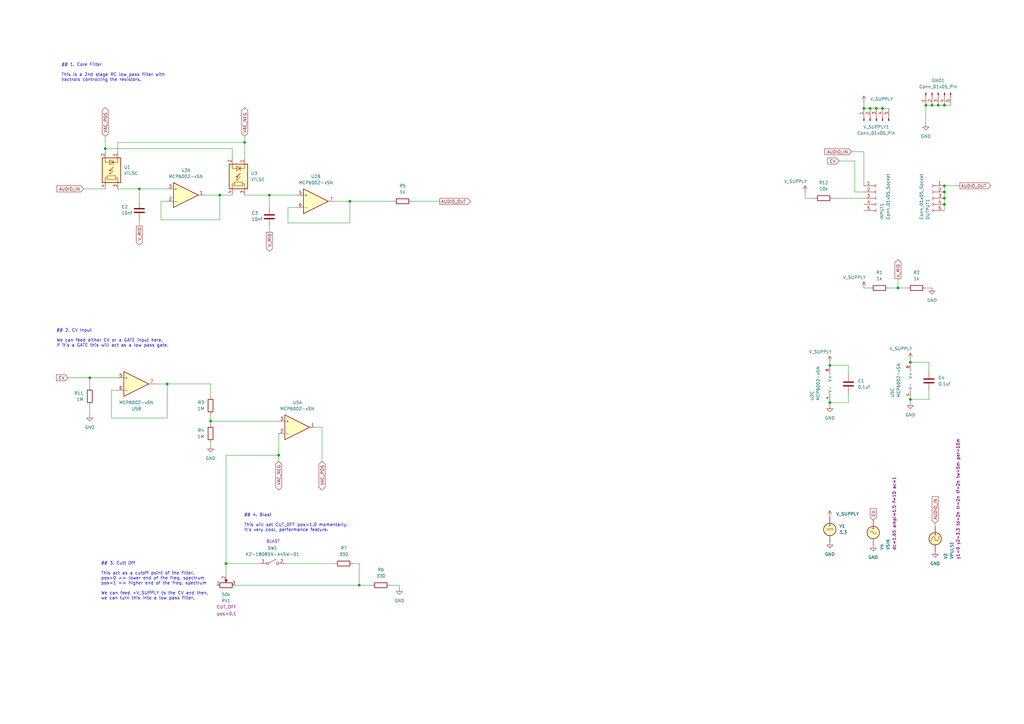
<source format=kicad_sch>
(kicad_sch (version 20231120) (generator "eeschema") (generator_version "8.0")
  (paper "A3")
  (lib_symbols
    (symbol "Amplifier_Operational:MCP6002-xSN" (pin_names (offset 0.127))
      (property "Reference" "U" (at 0 5.08 0))
      (property "Value" "MCP6002-xSN" (at 0 -5.08 0))
      (symbol "MCP6002-xSN_1_1"
        (polyline (pts (xy -5.08 5.08) (xy 5.08 0) (xy -5.08 -5.08) (xy -5.08 5.08)) (stroke (width 0.254)) (fill (type background)))
        (pin output line (at 7.62 0 180) (length 2.54) (name "~") (number "1"))
        (pin input line (at -7.62 -2.54 0) (length 2.54) (name "-") (number "2"))
        (pin input line (at -7.62 2.54 0) (length 2.54) (name "+") (number "3"))
      )
      (symbol "MCP6002-xSN_2_1"
        (polyline (pts (xy -5.08 5.08) (xy 5.08 0) (xy -5.08 -5.08) (xy -5.08 5.08)) (stroke (width 0.254)) (fill (type background)))
        (pin input line (at -7.62 2.54 0) (length 2.54) (name "+") (number "5"))
        (pin input line (at -7.62 -2.54 0) (length 2.54) (name "-") (number "6"))
        (pin output line (at 7.62 0 180) (length 2.54) (name "~") (number "7"))
      )
      (symbol "MCP6002-xSN_3_1"
        (pin power_in line (at -2.54 -7.62 90) (length 3.81) (name "V-") (number "4"))
        (pin power_in line (at -2.54 7.62 270) (length 3.81) (name "V+") (number "8"))
      )
    )
    (symbol "Connector:Conn_01x05_Pin" (pin_names (offset 1.016) hide)
      (property "Reference" "J" (at 0 7.62 0))
      (property "Value" "Conn_01x05_Pin" (at 0 -7.62 0))
      (symbol "Conn_01x05_Pin_1_1"
        (polyline (pts (xy 1.27 -5.08) (xy 0.8636 -5.08)) (stroke (width 0.1524)))
        (polyline (pts (xy 1.27 -2.54) (xy 0.8636 -2.54)) (stroke (width 0.1524)))
        (polyline (pts (xy 1.27 0) (xy 0.8636 0)) (stroke (width 0.1524)))
        (polyline (pts (xy 1.27 2.54) (xy 0.8636 2.54)) (stroke (width 0.1524)))
        (polyline (pts (xy 1.27 5.08) (xy 0.8636 5.08)) (stroke (width 0.1524)))
        (rectangle (start 0.8636 -4.953) (end 0 -5.207) (stroke (width 0.1524)) (fill (type outline)))
        (rectangle (start 0.8636 -2.413) (end 0 -2.667) (stroke (width 0.1524)) (fill (type outline)))
        (rectangle (start 0.8636 0.127) (end 0 -0.127) (stroke (width 0.1524)) (fill (type outline)))
        (rectangle (start 0.8636 2.667) (end 0 2.413) (stroke (width 0.1524)) (fill (type outline)))
        (rectangle (start 0.8636 5.207) (end 0 4.953) (stroke (width 0.1524)) (fill (type outline)))
        (pin passive line (at 5.08 5.08 180) (length 3.81) (name "Pin_1") (number "1"))
        (pin passive line (at 5.08 2.54 180) (length 3.81) (name "Pin_2") (number "2"))
        (pin passive line (at 5.08 0 180) (length 3.81) (name "Pin_3") (number "3"))
        (pin passive line (at 5.08 -2.54 180) (length 3.81) (name "Pin_4") (number "4"))
        (pin passive line (at 5.08 -5.08 180) (length 3.81) (name "Pin_5") (number "5"))
      )
    )
    (symbol "Connector:Conn_01x05_Socket" (pin_names (offset 1.016) hide)
      (property "Reference" "J" (at 0 7.62 0))
      (property "Value" "Conn_01x05_Socket" (at 0 -7.62 0))
      (symbol "Conn_01x05_Socket_1_1"
        (arc (start 0 -4.572) (mid -0.5058 -5.08) (end 0 -5.588) (stroke (width 0.1524)))
        (arc (start 0 -2.032) (mid -0.5058 -2.54) (end 0 -3.048) (stroke (width 0.1524)))
        (polyline (pts (xy -1.27 -5.08) (xy -0.508 -5.08)) (stroke (width 0.1524)))
        (polyline (pts (xy -1.27 -2.54) (xy -0.508 -2.54)) (stroke (width 0.1524)))
        (polyline (pts (xy -1.27 0) (xy -0.508 0)) (stroke (width 0.1524)))
        (polyline (pts (xy -1.27 2.54) (xy -0.508 2.54)) (stroke (width 0.1524)))
        (polyline (pts (xy -1.27 5.08) (xy -0.508 5.08)) (stroke (width 0.1524)))
        (arc (start 0 0.508) (mid -0.5058 0) (end 0 -0.508) (stroke (width 0.1524)))
        (arc (start 0 3.048) (mid -0.5058 2.54) (end 0 2.032) (stroke (width 0.1524)))
        (arc (start 0 5.588) (mid -0.5058 5.08) (end 0 4.572) (stroke (width 0.1524)))
        (pin passive line (at -5.08 5.08 0) (length 3.81) (name "Pin_1") (number "1"))
        (pin passive line (at -5.08 2.54 0) (length 3.81) (name "Pin_2") (number "2"))
        (pin passive line (at -5.08 0 0) (length 3.81) (name "Pin_3") (number "3"))
        (pin passive line (at -5.08 -2.54 0) (length 3.81) (name "Pin_4") (number "4"))
        (pin passive line (at -5.08 -5.08 0) (length 3.81) (name "Pin_5") (number "5"))
      )
    )
    (symbol "Device:C" (pin_numbers hide) (pin_names (offset 0.254))
      (property "Reference" "C" (at 0.635 2.54 0))
      (property "Value" "C" (at 0.635 -2.54 0))
      (symbol "C_0_1"
        (polyline (pts (xy -2.032 -0.762) (xy 2.032 -0.762)) (stroke (width 0.508)))
        (polyline (pts (xy -2.032 0.762) (xy 2.032 0.762)) (stroke (width 0.508)))
      )
      (symbol "C_1_1"
        (pin passive line (at 0 3.81 270) (length 2.794) (name "~") (number "1"))
        (pin passive line (at 0 -3.81 90) (length 2.794) (name "~") (number "2"))
      )
    )
    (symbol "Device:R" (pin_numbers hide) (pin_names (offset 0))
      (property "Reference" "R" (at 2.032 0 90))
      (property "Value" "R" (at 0 0 90))
      (symbol "R_0_1"
        (rectangle (start -1.016 -2.54) (end 1.016 2.54) (stroke (width 0.254)))
      )
      (symbol "R_1_1"
        (pin passive line (at 0 3.81 270) (length 1.27) (name "~") (number "1"))
        (pin passive line (at 0 -3.81 90) (length 1.27) (name "~") (number "2"))
      )
    )
    (symbol "Device:R_Potentiometer" (pin_names (offset 1.016) hide)
      (property "Reference" "RV" (at -4.445 0 90))
      (property "Value" "R_Potentiometer" (at -2.54 0 90))
      (symbol "R_Potentiometer_0_1"
        (polyline (pts (xy 2.54 0) (xy 1.524 0)))
        (polyline (pts (xy 1.143 0) (xy 2.286 0.508) (xy 2.286 -0.508) (xy 1.143 0)) (fill (type outline)))
        (rectangle (start 1.016 2.54) (end -1.016 -2.54) (stroke (width 0.254)))
      )
      (symbol "R_Potentiometer_1_1"
        (pin passive line (at 0 3.81 270) (length 1.27) (name "1") (number "1"))
        (pin passive line (at 3.81 0 180) (length 1.27) (name "2") (number "2"))
        (pin passive line (at 0 -3.81 90) (length 1.27) (name "3") (number "3"))
      )
    )
    (symbol "Isolator:VTL5C" (pin_names (offset 1.016) hide)
      (property "Reference" "U" (at 0 5.08 0))
      (property "Value" "VTL5C" (at 0 -5.08 0))
      (symbol "VTL5C_0_1"
        (rectangle (start -5.08 3.81) (end 5.08 -3.81) (stroke (width 0.254)) (fill (type background)))
        (polyline (pts (xy -4.318 0.762) (xy -2.286 0.762)))
        (polyline (pts (xy -1.27 0.762) (xy 0.254 -0.762)))
        (polyline (pts (xy -1.27 0.762) (xy 0.254 -0.762)))
        (polyline (pts (xy 0 0.762) (xy 1.524 -0.762)))
        (polyline (pts (xy 0.254 -0.254) (xy 0.254 -0.762) (xy -0.254 -0.762)))
        (polyline (pts (xy 0.254 -0.254) (xy 0.254 -0.762) (xy -0.254 -0.762)))
        (polyline (pts (xy 1.524 -0.254) (xy 1.524 -0.762) (xy 1.016 -0.762)))
        (polyline (pts (xy 3.048 -1.778) (xy 3.048 -2.54) (xy 5.08 -2.54)))
        (polyline (pts (xy 3.048 1.778) (xy 3.048 2.54) (xy 5.08 2.54)))
        (polyline (pts (xy -5.08 -2.54) (xy -3.302 -2.54) (xy -3.302 2.54) (xy -5.08 2.54)))
        (rectangle (start 2.286 1.778) (end 3.81 -1.778))
      )
      (symbol "VTL5C_1_1"
        (polyline (pts (xy -4.318 -0.762) (xy -3.302 0.762) (xy -2.286 -0.762) (xy -4.318 -0.762)))
        (pin passive line (at -7.62 2.54 0) (length 2.54) (name "-") (number "1"))
        (pin passive line (at -7.62 -2.54 0) (length 2.54) (name "+") (number "2"))
        (pin passive line (at 7.62 2.54 180) (length 2.54) (name "~") (number "3"))
        (pin passive line (at 7.62 -2.54 180) (length 2.54) (name "~") (number "4"))
      )
    )
    (symbol "Simulation_SPICE:VDC" (pin_numbers hide) (pin_names (offset 0.0254))
      (property "Reference" "V" (at 2.54 2.54 0))
      (property "Value" "1" (at 2.54 0 0))
      (symbol "VDC_0_0"
        (polyline (pts (xy -1.27 0.254) (xy 1.27 0.254)))
        (polyline (pts (xy -0.762 -0.254) (xy -1.27 -0.254)))
        (polyline (pts (xy 0.254 -0.254) (xy -0.254 -0.254)))
        (polyline (pts (xy 1.27 -0.254) (xy 0.762 -0.254)))
        (text "+" (at 0 1.905 0) (effects (font (size 1.27 1.27))))
      )
      (symbol "VDC_0_1"
        (circle (center 0 0) (radius 2.54) (stroke (width 0.254)) (fill (type background)))
      )
      (symbol "VDC_1_1"
        (pin passive line (at 0 5.08 270) (length 2.54) (name "~") (number "1"))
        (pin passive line (at 0 -5.08 90) (length 2.54) (name "~") (number "2"))
      )
    )
    (symbol "Simulation_SPICE:VPULSE" (pin_numbers hide) (pin_names (offset 0.0254))
      (property "Reference" "V" (at 2.54 2.54 0))
      (property "Value" "VPULSE" (at 2.54 0 0))
      (property "Sim.Params" "y1=0 y2=1 td=2n tr=2n tf=2n tw=50n per=100n" (at 2.54 -2.54 0))
      (symbol "VPULSE_0_0"
        (polyline (pts (xy -2.032 -0.762) (xy -1.397 -0.762) (xy -1.143 0.762) (xy -0.127 0.762) (xy 0.127 -0.762) (xy 1.143 -0.762) (xy 1.397 0.762) (xy 2.032 0.762)))
        (text "+" (at 0 1.905 0) (effects (font (size 1.27 1.27))))
      )
      (symbol "VPULSE_0_1"
        (circle (center 0 0) (radius 2.54) (stroke (width 0.254)) (fill (type background)))
      )
      (symbol "VPULSE_1_1"
        (pin passive line (at 0 5.08 270) (length 2.54) (name "~") (number "1"))
        (pin passive line (at 0 -5.08 90) (length 2.54) (name "~") (number "2"))
      )
    )
    (symbol "Simulation_SPICE:VSIN" (pin_numbers hide) (pin_names (offset 0.0254))
      (property "Reference" "V" (at 2.54 2.54 0))
      (property "Value" "VSIN" (at 2.54 0 0))
      (property "Sim.Params" "dc=0 ampl=1 f=1k ac=1" (at 2.54 -2.54 0))
      (symbol "VSIN_0_0"
        (arc (start 0 0) (mid -0.635 0.6323) (end -1.27 0))
        (arc (start 0 0) (mid 0.635 -0.6323) (end 1.27 0))
        (text "+" (at 0 1.905 0) (effects (font (size 1.27 1.27))))
      )
      (symbol "VSIN_0_1"
        (circle (center 0 0) (radius 2.54) (stroke (width 0.254)) (fill (type background)))
      )
      (symbol "VSIN_1_1"
        (pin passive line (at 0 5.08 270) (length 2.54) (name "~") (number "1"))
        (pin passive line (at 0 -5.08 90) (length 2.54) (name "~") (number "2"))
      )
    )
    (symbol "Switch:SW_SPST" (pin_names (offset 0) hide)
      (property "Reference" "SW" (at 0 3.175 0))
      (property "Value" "SW_SPST" (at 0 -2.54 0))
      (symbol "SW_SPST_0_0"
        (circle (center -2.032 0) (radius 0.508))
        (polyline (pts (xy -1.524 0.254) (xy 1.524 1.778)))
        (circle (center 2.032 0) (radius 0.508))
      )
      (symbol "SW_SPST_1_1"
        (pin passive line (at -5.08 0 0) (length 2.54) (name "A") (number "1"))
        (pin passive line (at 5.08 0 180) (length 2.54) (name "B") (number "2"))
      )
    )
    (symbol "power:+5V" (power) (pin_numbers hide) (pin_names (offset 0) hide)
      (property "Value" "+5V" (at 0 3.556 0))
      (symbol "+5V_0_1"
        (polyline (pts (xy -0.762 1.27) (xy 0 2.54)))
        (polyline (pts (xy 0 0) (xy 0 2.54)))
        (polyline (pts (xy 0 2.54) (xy 0.762 1.27)))
      )
      (symbol "+5V_1_1"
        (pin power_in line (at 0 0 90) (length 0) (name "~") (number "1"))
      )
    )
    (symbol "power:GND" (power) (pin_numbers hide) (pin_names (offset 0) hide)
      (property "Value" "GND" (at 0 -3.81 0))
      (symbol "GND_0_1"
        (polyline (pts (xy 0 0) (xy 0 -1.27) (xy 1.27 -1.27) (xy 0 -2.54) (xy -1.27 -1.27) (xy 0 -1.27)))
      )
      (symbol "GND_1_1"
        (pin power_in line (at 0 0 270) (length 0) (name "~") (number "1"))
      )
    )
  )
  (junction (at 43.18 60.96))
  (junction (at 356.87 44.45))
  (junction (at 387.35 76.2))
  (junction (at 382.27 43.18))
  (junction (at 100.33 58.42))
  (junction (at 92.71 231.14))
  (junction (at 68.58 157.48))
  (junction (at 143.51 82.55))
  (junction (at 354.33 44.45))
  (junction (at 114.3 186.69))
  (junction (at 57.15 77.47))
  (junction (at 361.95 44.45))
  (junction (at 36.83 154.94))
  (junction (at 387.35 43.18))
  (junction (at 368.3 118.11))
  (junction (at 373.38 148.59))
  (junction (at 147.32 240.03))
  (junction (at 86.36 172.72))
  (junction (at 387.35 83.82))
  (junction (at 384.81 43.18))
  (junction (at 387.35 78.74))
  (junction (at 90.17 80.01))
  (junction (at 359.41 44.45))
  (junction (at 340.36 149.86))
  (junction (at 110.49 80.01))
  (junction (at 340.36 165.1))
  (junction (at 373.38 163.83))
  (junction (at 379.73 43.18))
  (junction (at 387.35 81.28))
  (wire (pts (xy 86.36 170.18) (xy 86.36 172.72)))
  (wire (pts (xy 57.15 77.47) (xy 68.58 77.47)))
  (wire (pts (xy 110.49 95.25) (xy 110.49 92.71)))
  (wire (pts (xy 373.38 147.32) (xy 373.38 148.59)))
  (wire (pts (xy 90.17 80.01) (xy 95.25 80.01)))
  (wire (pts (xy 86.36 182.88) (xy 86.36 181.61)))
  (wire (pts (xy 132.08 175.26) (xy 132.08 189.23)))
  (wire (pts (xy 387.35 83.82) (xy 387.35 86.36)))
  (wire (pts (xy 45.72 160.02) (xy 48.26 160.02)))
  (wire (pts (xy 347.98 165.1) (xy 340.36 165.1)))
  (wire (pts (xy 361.95 44.45) (xy 364.49 44.45)))
  (wire (pts (xy 36.83 170.18) (xy 36.83 166.37)))
  (wire (pts (xy 143.51 82.55) (xy 161.29 82.55)))
  (wire (pts (xy 137.16 82.55) (xy 143.51 82.55)))
  (wire (pts (xy 387.35 76.2) (xy 393.7 76.2)))
  (wire (pts (xy 147.32 231.14) (xy 147.32 240.03)))
  (wire (pts (xy 34.29 77.47) (xy 43.18 77.47)))
  (wire (pts (xy 36.83 158.75) (xy 36.83 154.94)))
  (wire (pts (xy 354.33 44.45) (xy 356.87 44.45)))
  (wire (pts (xy 90.17 80.01) (xy 90.17 90.17)))
  (wire (pts (xy 114.3 186.69) (xy 114.3 189.23)))
  (wire (pts (xy 100.33 80.01) (xy 110.49 80.01)))
  (wire (pts (xy 163.83 240.03) (xy 163.83 241.3)))
  (wire (pts (xy 68.58 171.45) (xy 45.72 171.45)))
  (wire (pts (xy 347.98 161.29) (xy 347.98 165.1)))
  (wire (pts (xy 110.49 80.01) (xy 121.92 80.01)))
  (wire (pts (xy 387.35 43.18) (xy 389.89 43.18)))
  (wire (pts (xy 86.36 172.72) (xy 114.3 172.72)))
  (wire (pts (xy 48.26 77.47) (xy 57.15 77.47)))
  (wire (pts (xy 347.98 149.86) (xy 340.36 149.86)))
  (wire (pts (xy 368.3 114.3) (xy 368.3 118.11)))
  (wire (pts (xy 368.3 118.11) (xy 372.11 118.11)))
  (wire (pts (xy 48.26 62.23) (xy 48.26 58.42)))
  (wire (pts (xy 118.11 91.44) (xy 118.11 85.09)))
  (wire (pts (xy 92.71 236.22) (xy 92.71 231.14)))
  (wire (pts (xy 48.26 58.42) (xy 100.33 58.42)))
  (wire (pts (xy 349.25 62.23) (xy 354.33 62.23)))
  (wire (pts (xy 359.41 44.45) (xy 361.95 44.45)))
  (wire (pts (xy 63.5 157.48) (xy 68.58 157.48)))
  (wire (pts (xy 36.83 154.94) (xy 27.94 154.94)))
  (wire (pts (xy 330.2 81.28) (xy 330.2 78.74)))
  (wire (pts (xy 48.26 154.94) (xy 36.83 154.94)))
  (wire (pts (xy 57.15 82.55) (xy 57.15 77.47)))
  (wire (pts (xy 83.82 80.01) (xy 90.17 80.01)))
  (wire (pts (xy 379.73 43.18) (xy 382.27 43.18)))
  (wire (pts (xy 66.04 90.17) (xy 66.04 82.55)))
  (wire (pts (xy 382.27 118.11) (xy 379.73 118.11)))
  (wire (pts (xy 381 152.4) (xy 381 148.59)))
  (wire (pts (xy 143.51 91.44) (xy 118.11 91.44)))
  (wire (pts (xy 379.73 43.18) (xy 379.73 50.8)))
  (wire (pts (xy 160.02 240.03) (xy 163.83 240.03)))
  (wire (pts (xy 354.33 118.11) (xy 356.87 118.11)))
  (wire (pts (xy 68.58 157.48) (xy 86.36 157.48)))
  (wire (pts (xy 354.33 44.45) (xy 354.33 41.91)))
  (wire (pts (xy 350.52 66.04) (xy 350.52 78.74)))
  (wire (pts (xy 57.15 92.71) (xy 57.15 90.17)))
  (wire (pts (xy 68.58 157.48) (xy 68.58 171.45)))
  (wire (pts (xy 347.98 153.67) (xy 347.98 149.86)))
  (wire (pts (xy 334.01 81.28) (xy 330.2 81.28)))
  (wire (pts (xy 381 160.02) (xy 381 163.83)))
  (wire (pts (xy 92.71 186.69) (xy 114.3 186.69)))
  (wire (pts (xy 92.71 231.14) (xy 92.71 186.69)))
  (wire (pts (xy 384.81 43.18) (xy 387.35 43.18)))
  (wire (pts (xy 86.36 157.48) (xy 86.36 162.56)))
  (wire (pts (xy 96.52 240.03) (xy 147.32 240.03)))
  (wire (pts (xy 168.91 82.55) (xy 180.34 82.55)))
  (wire (pts (xy 143.51 82.55) (xy 143.51 91.44)))
  (wire (pts (xy 66.04 82.55) (xy 68.58 82.55)))
  (wire (pts (xy 114.3 177.8) (xy 114.3 186.69)))
  (wire (pts (xy 129.54 175.26) (xy 132.08 175.26)))
  (wire (pts (xy 144.78 231.14) (xy 147.32 231.14)))
  (wire (pts (xy 118.11 85.09) (xy 121.92 85.09)))
  (wire (pts (xy 86.36 172.72) (xy 86.36 173.99)))
  (wire (pts (xy 90.17 90.17) (xy 66.04 90.17)))
  (wire (pts (xy 100.33 55.88) (xy 100.33 58.42)))
  (wire (pts (xy 341.63 81.28) (xy 354.33 81.28)))
  (wire (pts (xy 45.72 171.45) (xy 45.72 160.02)))
  (wire (pts (xy 354.33 78.74) (xy 350.52 78.74)))
  (wire (pts (xy 95.25 60.96) (xy 43.18 60.96)))
  (wire (pts (xy 92.71 231.14) (xy 106.68 231.14)))
  (wire (pts (xy 95.25 64.77) (xy 95.25 60.96)))
  (wire (pts (xy 356.87 44.45) (xy 359.41 44.45)))
  (wire (pts (xy 387.35 78.74) (xy 387.35 81.28)))
  (wire (pts (xy 340.36 148.59) (xy 340.36 149.86)))
  (wire (pts (xy 354.33 62.23) (xy 354.33 76.2)))
  (wire (pts (xy 387.35 76.2) (xy 387.35 78.74)))
  (wire (pts (xy 373.38 165.1) (xy 373.38 163.83)))
  (wire (pts (xy 100.33 58.42) (xy 100.33 64.77)))
  (wire (pts (xy 381 148.59) (xy 373.38 148.59)))
  (wire (pts (xy 364.49 118.11) (xy 368.3 118.11)))
  (wire (pts (xy 340.36 166.37) (xy 340.36 165.1)))
  (wire (pts (xy 116.84 231.14) (xy 137.16 231.14)))
  (wire (pts (xy 43.18 60.96) (xy 43.18 62.23)))
  (wire (pts (xy 350.52 66.04) (xy 344.17 66.04)))
  (wire (pts (xy 43.18 55.88) (xy 43.18 60.96)))
  (wire (pts (xy 152.4 240.03) (xy 147.32 240.03)))
  (wire (pts (xy 387.35 81.28) (xy 387.35 83.82)))
  (wire (pts (xy 382.27 43.18) (xy 384.81 43.18)))
  (wire (pts (xy 383.54 214.63) (xy 383.54 215.9)))
  (wire (pts (xy 110.49 85.09) (xy 110.49 80.01)))
  (wire (pts (xy 381 163.83) (xy 373.38 163.83)))
  (text "## 3. Cutt Off\n\nThis act as a cutoff point of the filter.\npos=0 => lower end of the freq. spectrum\npos=1 => higher end of the freq. spectrum\n\nWe can feed +V_SUPPLY to the CV and then, \nwe can turn this into a low pass filter." (at 41.402 238.252 0) (effects (font (size 1.27 1.27)) (justify left)))
  (text "## 1. Core Filter\n\nThis is a 2nd stage RC low pass filter with\nVactrols controlling the resistors." (at 25.146 29.718 0) (effects (font (size 1.27 1.27)) (justify left)))
  (text "## 4. Blast\n\nThis will set CUT_OFF pos=1.0 momentarly.\nIt's very cool, performance feature." (at 100.076 214.376 0) (effects (font (size 1.27 1.27)) (justify left)))
  (text "## 2. CV Input\n\nWe can feed either CV or a GATE input here.\nIf it's a GATE this will act as a low pass gate." (at 23.114 138.684 0) (effects (font (size 1.27 1.27)) (justify left)))
  (global_label "AUDIO_OUT" (shape output) (at 393.7 76.2 0) (property "Intersheetrefs" "${INTERSHEET_REFS}" (effects (hide yes))))
  (global_label "AUDIO_OUT" (shape output) (at 180.34 82.55 0) (property "Intersheetrefs" "${INTERSHEET_REFS}" (effects (hide yes))))
  (global_label "V_MID" (shape output) (at 110.49 95.25 270) (property "Intersheetrefs" "${INTERSHEET_REFS}" (effects (hide yes))))
  (global_label "AUDIO_IN" (shape input) (at 34.29 77.47 180) (property "Intersheetrefs" "${INTERSHEET_REFS}" (effects (hide yes))))
  (global_label "CV" (shape input) (at 27.94 154.94 180) (property "Intersheetrefs" "${INTERSHEET_REFS}" (effects (hide yes))))
  (global_label "VAC_POS" (shape bidirectional) (at 132.08 189.23 270) (property "Intersheetrefs" "${INTERSHEET_REFS}" (effects (hide yes))))
  (global_label "VAC_NEG" (shape bidirectional) (at 100.33 55.88 90) (property "Intersheetrefs" "${INTERSHEET_REFS}" (effects (hide yes))))
  (global_label "CV" (shape input) (at 358.14 213.36 90) (property "Intersheetrefs" "${INTERSHEET_REFS}" (effects (hide yes))))
  (global_label "V_MID" (shape output) (at 57.15 92.71 270) (property "Intersheetrefs" "${INTERSHEET_REFS}" (effects (hide yes))))
  (global_label "VAC_NEG" (shape bidirectional) (at 114.3 189.23 270) (property "Intersheetrefs" "${INTERSHEET_REFS}" (effects (hide yes))))
  (global_label "V_MID" (shape output) (at 368.3 114.3 90) (property "Intersheetrefs" "${INTERSHEET_REFS}" (effects (hide yes))))
  (global_label "AUDIO_IN" (shape input) (at 383.54 214.63 90) (property "Intersheetrefs" "${INTERSHEET_REFS}" (effects (hide yes))))
  (global_label "CV" (shape input) (at 344.17 66.04 180) (property "Intersheetrefs" "${INTERSHEET_REFS}" (effects (hide yes))))
  (global_label "AUDIO_IN" (shape input) (at 349.25 62.23 180) (property "Intersheetrefs" "${INTERSHEET_REFS}" (effects (hide yes))))
  (global_label "VAC_POS" (shape bidirectional) (at 43.18 55.88 90) (property "Intersheetrefs" "${INTERSHEET_REFS}" (effects (hide yes))))
  (symbol (lib_id "Device:C") (at 57.15 86.36 0) (unit 1)
    (property "Reference" "C2" (at 49.784 84.836 0) (effects (justify left)))
    (property "Value" "10nf" (at 49.784 87.376 0) (effects (justify left)))
    (property "Footprint" "Capacitor_SMD:C_0402_1005Metric" (effects (hide yes)))
    (property "Description" "Unpolarized capacitor" (effects (hide yes)))
  )
  (symbol (lib_id "Device:R") (at 360.68 118.11 90) (unit 1)
    (property "Reference" "R1" (at 360.68 111.76 90))
    (property "Value" "1k" (at 360.68 114.3 90))
    (property "Footprint" "Resistor_SMD:R_0402_1005Metric" (effects (hide yes)))
    (property "Description" "Resistor" (effects (hide yes)))
  )
  (symbol (lib_id "Simulation_SPICE:VDC") (at 340.36 217.17 0) (unit 1) (on_board no)
    (property "Reference" "V1" (at 344.17 215.7701 0) (effects (justify left)))
    (property "Value" "3.3" (at 344.17 218.3101 0) (effects (justify left)))
    (property "Datasheet" "https://ngspice.sourceforge.io/docs/ngspice-html-manual/manual.xhtml#sec_Independent_Sources_for" (effects (hide yes)))
    (property "Description" "Voltage source, DC" (effects (hide yes)))
    (property "Sim.Pins" "1=+ 2=-" (effects (hide yes)))
    (property "Sim.Type" "DC" (effects (hide yes)))
    (property "Sim.Device" "V" (effects (hide yes)))
  )
  (symbol (lib_id "Connector:Conn_01x05_Pin") (at 359.41 49.53 90) (unit 1) (exclude_from_sim yes)
    (property "Reference" "V_SUPPLY1" (at 359.41 52.07 90))
    (property "Value" "Conn_01x05_Pin" (at 359.41 54.61 90))
    (property "Footprint" "BreadModular_MISC:Power_Connector" (effects (hide yes)))
    (property "Description" "Generic connector, single row, 01x05, script generated" (effects (hide yes)))
  )
  (symbol (lib_id "Device:C") (at 110.49 88.9 0) (unit 1)
    (property "Reference" "C3" (at 103.124 87.376 0) (effects (justify left)))
    (property "Value" "10nf" (at 103.124 89.916 0) (effects (justify left)))
    (property "Footprint" "Capacitor_SMD:C_0402_1005Metric" (effects (hide yes)))
    (property "Description" "Unpolarized capacitor" (effects (hide yes)))
  )
  (symbol (lib_id "Amplifier_Operational:MCP6002-xSN") (at 76.2 80.01 0) (unit 1)
    (property "Reference" "U2" (at 76.2 69.85 0))
    (property "Value" "MCP6002-xSN" (at 76.2 72.39 0))
    (property "Footprint" "Package_SO:SOIC-8-1EP_3.9x4.9mm_P1.27mm_EP2.29x3mm" (effects (hide yes)))
    (property "Datasheet" "http://ww1.microchip.com/downloads/en/DeviceDoc/21733j.pdf" (effects (hide yes)))
    (property "Description" "1MHz, Low-Power Op Amp, SOIC-8" (effects (hide yes)))
    (property "Sim.Library" "${KICAD8_SYMBOL_DIR}/Simulation_SPICE.sp" (effects (hide yes)))
    (property "Sim.Name" "kicad_builtin_opamp_dual" (effects (hide yes)))
    (property "Sim.Device" "SUBCKT" (effects (hide yes)))
    (property "Sim.Pins" "1=out1 2=in1- 3=in1+ 4=vee 5=in2+ 6=in2- 7=out2 8=vcc" (effects (hide yes)))
  )
  (symbol (lib_id "power:+5V") (at 340.36 212.09 0) (unit 1)
    (property "Reference" "#PWR02" (effects (hide yes)))
    (property "Value" "V_SUPPLY" (at 342.9 210.8199 0) (effects (justify left)))
    (property "Description" "Power symbol creates a global label with name \"+5V\"" (effects (hide yes)))
  )
  (symbol (lib_id "power:GND") (at 163.83 241.3 0) (unit 1)
    (property "Reference" "#PWR013" (effects (hide yes)))
    (property "Value" "GND" (at 163.83 246.38 0))
    (property "Description" "Power symbol creates a global label with name \"GND\" , ground" (effects (hide yes)))
  )
  (symbol (lib_id "Device:R_Potentiometer") (at 92.71 240.03 90) (unit 1)
    (property "Reference" "RV1" (at 92.71 246.38 90))
    (property "Value" "50k" (at 92.71 243.84 90))
    (property "Footprint" "BreadModular_Pots:Potentiometer_RV09" (effects (hide yes)))
    (property "Description" "Potentiometer" (effects (hide yes)))
    (property "Sim.Device" "R" (effects (hide yes)))
    (property "Sim.Type" "POT" (effects (hide yes)))
    (property "Sim.Pins" "1=r0 2=wiper 3=r1" (effects (hide yes)))
    (property "Sim.Params" "pos=0.1" (at 92.964 251.714 90))
    (property "Comment" "CUT_OFF" (at 92.964 248.92 90))
  )
  (symbol (lib_id "Simulation_SPICE:VSIN") (at 358.14 218.44 0) (unit 1) (on_board no)
    (property "Reference" "V4" (at 361.696 225.552 90) (effects (justify left)))
    (property "Value" "VSIN" (at 364.236 225.552 90) (effects (justify left)))
    (property "Datasheet" "https://ngspice.sourceforge.io/docs/ngspice-html-manual/manual.xhtml#sec_Independent_Sources_for" (effects (hide yes)))
    (property "Description" "Voltage source, sinusoidal" (effects (hide yes)))
    (property "Sim.Pins" "1=+ 2=-" (effects (hide yes)))
    (property "Sim.Params" "dc=1.65 ampl=1.5 f=10 ac=1" (at 366.776 225.552 90) (effects (justify left)))
    (property "Sim.Type" "SIN" (effects (hide yes)))
    (property "Sim.Device" "V" (effects (hide yes)))
  )
  (symbol (lib_id "power:+5V") (at 354.33 41.91 0) (unit 1)
    (property "Reference" "#PWR01" (effects (hide yes)))
    (property "Value" "V_SUPPLY" (at 356.87 40.6399 0) (effects (justify left)))
    (property "Description" "Power symbol creates a global label with name \"+5V\"" (effects (hide yes)))
  )
  (symbol (lib_id "power:GND") (at 379.73 50.8 0) (unit 1)
    (property "Reference" "#PWR05" (effects (hide yes)))
    (property "Value" "GND" (at 379.73 55.88 0))
    (property "Description" "Power symbol creates a global label with name \"GND\" , ground" (effects (hide yes)))
  )
  (symbol (lib_id "Device:R") (at 86.36 166.37 0) (mirror x) (unit 1)
    (property "Reference" "R3" (at 83.82 165.0999 0) (effects (justify right)))
    (property "Value" "1M" (at 83.82 167.6399 0) (effects (justify right)))
    (property "Footprint" "Resistor_SMD:R_0402_1005Metric" (effects (hide yes)))
    (property "Description" "Resistor" (effects (hide yes)))
  )
  (symbol (lib_id "power:GND") (at 36.83 170.18 0) (mirror y) (unit 1)
    (property "Reference" "#PWR017" (effects (hide yes)))
    (property "Value" "GND" (at 36.83 175.26 0))
    (property "Description" "Power symbol creates a global label with name \"GND\" , ground" (effects (hide yes)))
  )
  (symbol (lib_id "Amplifier_Operational:MCP6002-xSN") (at 375.92 156.21 0) (unit 3)
    (property "Reference" "U5" (at 366.014 163.068 90) (effects (justify left)))
    (property "Value" "MCP6002-xSN" (at 368.554 163.068 90) (effects (justify left)))
    (property "Footprint" "Package_SO:SOIC-8-1EP_3.9x4.9mm_P1.27mm_EP2.29x3mm" (effects (hide yes)))
    (property "Datasheet" "http://ww1.microchip.com/downloads/en/DeviceDoc/21733j.pdf" (effects (hide yes)))
    (property "Description" "1MHz, Low-Power Op Amp, SOIC-8" (effects (hide yes)))
    (property "Sim.Library" "${KICAD8_SYMBOL_DIR}/Simulation_SPICE.sp" (effects (hide yes)))
    (property "Sim.Name" "kicad_builtin_opamp_dual" (effects (hide yes)))
    (property "Sim.Device" "SUBCKT" (effects (hide yes)))
    (property "Sim.Pins" "1=out1 2=in1- 3=in1+ 4=vee 5=in2+ 6=in2- 7=out2 8=vcc" (effects (hide yes)))
  )
  (symbol (lib_id "power:GND") (at 86.36 182.88 0) (unit 1)
    (property "Reference" "#PWR016" (effects (hide yes)))
    (property "Value" "GND" (at 86.36 187.96 0))
    (property "Description" "Power symbol creates a global label with name \"GND\" , ground" (effects (hide yes)))
  )
  (symbol (lib_id "Amplifier_Operational:MCP6002-xSN") (at 121.92 175.26 0) (unit 1)
    (property "Reference" "U5" (at 121.92 165.1 0))
    (property "Value" "MCP6002-xSN" (at 121.92 167.64 0))
    (property "Footprint" "Package_SO:SOIC-8-1EP_3.9x4.9mm_P1.27mm_EP2.29x3mm" (effects (hide yes)))
    (property "Datasheet" "http://ww1.microchip.com/downloads/en/DeviceDoc/21733j.pdf" (effects (hide yes)))
    (property "Description" "1MHz, Low-Power Op Amp, SOIC-8" (effects (hide yes)))
    (property "Sim.Library" "${KICAD8_SYMBOL_DIR}/Simulation_SPICE.sp" (effects (hide yes)))
    (property "Sim.Name" "kicad_builtin_opamp_dual" (effects (hide yes)))
    (property "Sim.Device" "SUBCKT" (effects (hide yes)))
    (property "Sim.Pins" "1=out1 2=in1- 3=in1+ 4=vee 5=in2+ 6=in2- 7=out2 8=vcc" (effects (hide yes)))
  )
  (symbol (lib_id "Device:R") (at 36.83 162.56 0) (mirror x) (unit 1)
    (property "Reference" "R11" (at 34.29 161.2899 0) (effects (justify right)))
    (property "Value" "1M" (at 34.29 163.8299 0) (effects (justify right)))
    (property "Footprint" "Resistor_SMD:R_0402_1005Metric" (effects (hide yes)))
    (property "Description" "Resistor" (effects (hide yes)))
  )
  (symbol (lib_id "Device:R") (at 86.36 177.8 0) (mirror x) (unit 1)
    (property "Reference" "R4" (at 83.82 176.5299 0) (effects (justify right)))
    (property "Value" "1M" (at 83.82 179.0699 0) (effects (justify right)))
    (property "Footprint" "Resistor_SMD:R_0402_1005Metric" (effects (hide yes)))
    (property "Description" "Resistor" (effects (hide yes)))
  )
  (symbol (lib_id "power:GND") (at 383.54 226.06 0) (unit 1)
    (property "Reference" "#PWR04" (effects (hide yes)))
    (property "Value" "GND" (at 383.54 231.14 0))
    (property "Description" "Power symbol creates a global label with name \"GND\" , ground" (effects (hide yes)))
  )
  (symbol (lib_id "power:GND") (at 340.36 222.25 0) (unit 1)
    (property "Reference" "#PWR03" (effects (hide yes)))
    (property "Value" "GND" (at 340.36 227.33 0))
    (property "Description" "Power symbol creates a global label with name \"GND\" , ground" (effects (hide yes)))
  )
  (symbol (lib_id "Amplifier_Operational:MCP6002-xSN") (at 55.88 157.48 0) (unit 2)
    (property "Reference" "U5" (at 55.88 167.64 0))
    (property "Value" "MCP6002-xSN" (at 55.88 165.1 0))
    (property "Footprint" "Package_SO:SOIC-8-1EP_3.9x4.9mm_P1.27mm_EP2.29x3mm" (effects (hide yes)))
    (property "Datasheet" "http://ww1.microchip.com/downloads/en/DeviceDoc/21733j.pdf" (effects (hide yes)))
    (property "Description" "1MHz, Low-Power Op Amp, SOIC-8" (effects (hide yes)))
    (property "Sim.Library" "${KICAD8_SYMBOL_DIR}/Simulation_SPICE.sp" (effects (hide yes)))
    (property "Sim.Name" "kicad_builtin_opamp_dual" (effects (hide yes)))
    (property "Sim.Device" "SUBCKT" (effects (hide yes)))
    (property "Sim.Pins" "1=out1 2=in1- 3=in1+ 4=vee 5=in2+ 6=in2- 7=out2 8=vcc" (effects (hide yes)))
  )
  (symbol (lib_id "power:GND") (at 358.14 223.52 0) (unit 1)
    (property "Reference" "#PWR011" (effects (hide yes)))
    (property "Value" "GND" (at 358.14 228.6 0))
    (property "Description" "Power symbol creates a global label with name \"GND\" , ground" (effects (hide yes)))
  )
  (symbol (lib_id "power:+5V") (at 373.38 147.32 0) (unit 1)
    (property "Reference" "#PWR014" (effects (hide yes)))
    (property "Value" "V_SUPPLY" (at 364.744 143.002 0) (effects (justify left)))
    (property "Description" "Power symbol creates a global label with name \"+5V\"" (effects (hide yes)))
  )
  (symbol (lib_id "Isolator:VTL5C") (at 45.72 69.85 270) (unit 1)
    (property "Reference" "U1" (at 50.8 68.5799 90) (effects (justify left)))
    (property "Value" "VTL5C" (at 50.8 71.1199 90) (effects (justify left)))
    (property "Footprint" "BreadModular_MISC:VTL5C" (effects (hide yes)))
    (property "Datasheet" "http://www.qsl.net/wa1ion/vactrol/vactrol.pdf" (effects (hide yes)))
    (property "Description" "Low Cost Axial Vactrols" (effects (hide yes)))
    (property "Sim.Library" "/Users/arunoda/data/projects/kicad-splice-models/VTL5C.lib" (effects (hide yes)))
    (property "Sim.Name" "VTL5C" (effects (hide yes)))
    (property "Sim.Device" "SUBCKT" (effects (hide yes)))
    (property "Sim.Pins" "1=2 2=1 3=3 4=4" (effects (hide yes)))
  )
  (symbol (lib_id "Amplifier_Operational:MCP6002-xSN") (at 342.9 157.48 0) (unit 3)
    (property "Reference" "U2" (at 332.994 164.338 90) (effects (justify left)))
    (property "Value" "MCP6002-xSN" (at 335.534 164.338 90) (effects (justify left)))
    (property "Footprint" "Package_SO:SOIC-8-1EP_3.9x4.9mm_P1.27mm_EP2.29x3mm" (effects (hide yes)))
    (property "Datasheet" "http://ww1.microchip.com/downloads/en/DeviceDoc/21733j.pdf" (effects (hide yes)))
    (property "Description" "1MHz, Low-Power Op Amp, SOIC-8" (effects (hide yes)))
    (property "Sim.Library" "${KICAD8_SYMBOL_DIR}/Simulation_SPICE.sp" (effects (hide yes)))
    (property "Sim.Name" "kicad_builtin_opamp_dual" (effects (hide yes)))
    (property "Sim.Device" "SUBCKT" (effects (hide yes)))
    (property "Sim.Pins" "1=out1 2=in1- 3=in1+ 4=vee 5=in2+ 6=in2- 7=out2 8=vcc" (effects (hide yes)))
  )
  (symbol (lib_id "Connector:Conn_01x05_Socket") (at 382.27 81.28 0) (mirror y) (unit 1) (exclude_from_sim yes)
    (property "Reference" "OUTPUT1" (at 380.492 90.17 90) (effects (justify left)))
    (property "Value" "Conn_01x05_Socket" (at 377.952 90.17 90) (effects (justify left)))
    (property "Footprint" "Connector_PinSocket_2.54mm:PinSocket_1x05_P2.54mm_Vertical" (effects (hide yes)))
    (property "Description" "Generic connector, single row, 01x05, script generated" (effects (hide yes)))
  )
  (symbol (lib_id "Amplifier_Operational:MCP6002-xSN") (at 129.54 82.55 0) (unit 2)
    (property "Reference" "U2" (at 129.54 72.39 0))
    (property "Value" "MCP6002-xSN" (at 129.54 74.93 0))
    (property "Footprint" "Package_SO:SOIC-8-1EP_3.9x4.9mm_P1.27mm_EP2.29x3mm" (effects (hide yes)))
    (property "Datasheet" "http://ww1.microchip.com/downloads/en/DeviceDoc/21733j.pdf" (effects (hide yes)))
    (property "Description" "1MHz, Low-Power Op Amp, SOIC-8" (effects (hide yes)))
    (property "Sim.Library" "${KICAD8_SYMBOL_DIR}/Simulation_SPICE.sp" (effects (hide yes)))
    (property "Sim.Name" "kicad_builtin_opamp_dual" (effects (hide yes)))
    (property "Sim.Device" "SUBCKT" (effects (hide yes)))
    (property "Sim.Pins" "1=out1 2=in1- 3=in1+ 4=vee 5=in2+ 6=in2- 7=out2 8=vcc" (effects (hide yes)))
  )
  (symbol (lib_id "Simulation_SPICE:VPULSE") (at 383.54 220.98 0) (unit 1) (on_board no)
    (property "Reference" "V2" (at 387.858 229.362 90) (effects (justify left)))
    (property "Value" "VPULSE" (at 390.398 229.362 90) (effects (justify left)))
    (property "Datasheet" "https://ngspice.sourceforge.io/docs/ngspice-html-manual/manual.xhtml#sec_Independent_Sources_for" (effects (hide yes)))
    (property "Description" "Voltage source, pulse" (effects (hide yes)))
    (property "Sim.Pins" "1=+ 2=-" (effects (hide yes)))
    (property "Sim.Type" "PULSE" (effects (hide yes)))
    (property "Sim.Device" "V" (effects (hide yes)))
    (property "Sim.Params" "y1=0 y2=3.3 td=2n tr=2n tf=2n tw=5m per=10m" (at 392.938 229.362 90) (effects (justify left)))
  )
  (symbol (lib_id "Switch:SW_SPST") (at 111.76 231.14 0) (unit 1) (exclude_from_sim yes)
    (property "Reference" "SW1" (at 111.76 224.79 0))
    (property "Value" "K2-1808SN-A4SW-01" (at 111.76 227.33 0))
    (property "Footprint" "BreadModular_MISC:K2-1808SN-A4SW-01" (effects (hide yes)))
    (property "Description" "Single Pole Single Throw (SPST) switch" (effects (hide yes)))
    (property "Comment" "BLAST" (at 112.014 221.996 0))
  )
  (symbol (lib_id "power:GND") (at 382.27 118.11 0) (unit 1)
    (property "Reference" "#PWR07" (effects (hide yes)))
    (property "Value" "GND" (at 382.27 123.19 0))
    (property "Description" "Power symbol creates a global label with name \"GND\" , ground" (effects (hide yes)))
  )
  (symbol (lib_id "Device:C") (at 347.98 157.48 0) (unit 1)
    (property "Reference" "C1" (at 351.79 156.2099 0) (effects (justify left)))
    (property "Value" "0.1uf" (at 351.79 158.7499 0) (effects (justify left)))
    (property "Footprint" "Capacitor_SMD:C_0402_1005Metric" (effects (hide yes)))
    (property "Description" "Unpolarized capacitor" (effects (hide yes)))
  )
  (symbol (lib_id "Device:C") (at 381 156.21 0) (unit 1)
    (property "Reference" "C4" (at 384.81 154.9399 0) (effects (justify left)))
    (property "Value" "0.1uf" (at 384.81 157.4799 0) (effects (justify left)))
    (property "Footprint" "Capacitor_SMD:C_0402_1005Metric" (effects (hide yes)))
    (property "Description" "Unpolarized capacitor" (effects (hide yes)))
  )
  (symbol (lib_id "Device:R") (at 140.97 231.14 90) (unit 1) (exclude_from_sim yes)
    (property "Reference" "R7" (at 140.97 224.79 90))
    (property "Value" "330" (at 140.97 227.33 90))
    (property "Footprint" "Resistor_SMD:R_0402_1005Metric" (effects (hide yes)))
    (property "Description" "Resistor" (effects (hide yes)))
  )
  (symbol (lib_id "Device:R") (at 156.21 240.03 90) (unit 1)
    (property "Reference" "R6" (at 156.21 233.68 90))
    (property "Value" "330" (at 156.21 236.22 90))
    (property "Footprint" "Resistor_SMD:R_0402_1005Metric" (effects (hide yes)))
    (property "Description" "Resistor" (effects (hide yes)))
  )
  (symbol (lib_id "Device:R") (at 375.92 118.11 90) (unit 1)
    (property "Reference" "R2" (at 375.92 111.76 90))
    (property "Value" "1k" (at 375.92 114.3 90))
    (property "Footprint" "Resistor_SMD:R_0402_1005Metric" (effects (hide yes)))
    (property "Description" "Resistor" (effects (hide yes)))
  )
  (symbol (lib_id "Connector:Conn_01x05_Socket") (at 359.41 81.28 0) (unit 1) (exclude_from_sim yes)
    (property "Reference" "INPUT1" (at 361.696 90.17 90) (effects (justify left)))
    (property "Value" "Conn_01x05_Socket" (at 364.236 90.17 90) (effects (justify left)))
    (property "Footprint" "Connector_PinSocket_2.54mm:PinSocket_1x05_P2.54mm_Vertical" (effects (hide yes)))
    (property "Description" "Generic connector, single row, 01x05, script generated" (effects (hide yes)))
  )
  (symbol (lib_id "power:GND") (at 340.36 166.37 0) (unit 1)
    (property "Reference" "#PWR09" (effects (hide yes)))
    (property "Value" "GND" (at 340.36 171.45 0))
    (property "Description" "Power symbol creates a global label with name \"GND\" , ground" (effects (hide yes)))
  )
  (symbol (lib_id "power:GND") (at 373.38 165.1 0) (unit 1)
    (property "Reference" "#PWR015" (effects (hide yes)))
    (property "Value" "GND" (at 373.38 170.18 0))
    (property "Description" "Power symbol creates a global label with name \"GND\" , ground" (effects (hide yes)))
  )
  (symbol (lib_id "Device:R") (at 337.82 81.28 90) (unit 1)
    (property "Reference" "R12" (at 337.82 74.93 90))
    (property "Value" "10k" (at 337.82 77.47 90))
    (property "Footprint" "Resistor_SMD:R_0402_1005Metric" (effects (hide yes)))
    (property "Description" "Resistor" (effects (hide yes)))
  )
  (symbol (lib_id "power:+5V") (at 330.2 78.74 0) (unit 1)
    (property "Reference" "#PWR018" (effects (hide yes)))
    (property "Value" "V_SUPPLY" (at 321.564 74.422 0) (effects (justify left)))
    (property "Description" "Power symbol creates a global label with name \"+5V\"" (effects (hide yes)))
  )
  (symbol (lib_id "Isolator:VTL5C") (at 97.79 72.39 270) (unit 1)
    (property "Reference" "U3" (at 102.87 71.1199 90) (effects (justify left)))
    (property "Value" "VTL5C" (at 102.87 73.6599 90) (effects (justify left)))
    (property "Footprint" "BreadModular_MISC:VTL5C" (effects (hide yes)))
    (property "Datasheet" "http://www.qsl.net/wa1ion/vactrol/vactrol.pdf" (effects (hide yes)))
    (property "Description" "Low Cost Axial Vactrols" (effects (hide yes)))
    (property "Sim.Library" "/Users/arunoda/data/projects/kicad-splice-models/VTL5C.lib" (effects (hide yes)))
    (property "Sim.Name" "VTL5C" (effects (hide yes)))
    (property "Sim.Device" "SUBCKT" (effects (hide yes)))
    (property "Sim.Pins" "1=2 2=1 3=3 4=4" (effects (hide yes)))
  )
  (symbol (lib_id "power:+5V") (at 340.36 148.59 0) (unit 1)
    (property "Reference" "#PWR08" (effects (hide yes)))
    (property "Value" "V_SUPPLY" (at 331.724 144.272 0) (effects (justify left)))
    (property "Description" "Power symbol creates a global label with name \"+5V\"" (effects (hide yes)))
  )
  (symbol (lib_id "Device:R") (at 165.1 82.55 90) (unit 1)
    (property "Reference" "R5" (at 165.1 76.2 90))
    (property "Value" "1k" (at 165.1 78.74 90))
    (property "Footprint" "Resistor_SMD:R_0402_1005Metric" (effects (hide yes)))
    (property "Description" "Resistor" (effects (hide yes)))
  )
  (symbol (lib_id "Connector:Conn_01x05_Pin") (at 384.81 38.1 90) (mirror x) (unit 1) (exclude_from_sim yes)
    (property "Reference" "GND1" (at 384.81 33.02 90))
    (property "Value" "Conn_01x05_Pin" (at 384.81 35.56 90))
    (property "Footprint" "BreadModular_MISC:Power_Connector" (effects (hide yes)))
    (property "Description" "Generic connector, single row, 01x05, script generated" (effects (hide yes)))
  )
  (symbol (lib_id "power:+5V") (at 354.33 118.11 0) (unit 1)
    (property "Reference" "#PWR06" (effects (hide yes)))
    (property "Value" "V_SUPPLY" (at 345.694 113.792 0) (effects (justify left)))
    (property "Description" "Power symbol creates a global label with name \"+5V\"" (effects (hide yes)))
  )
)
</source>
